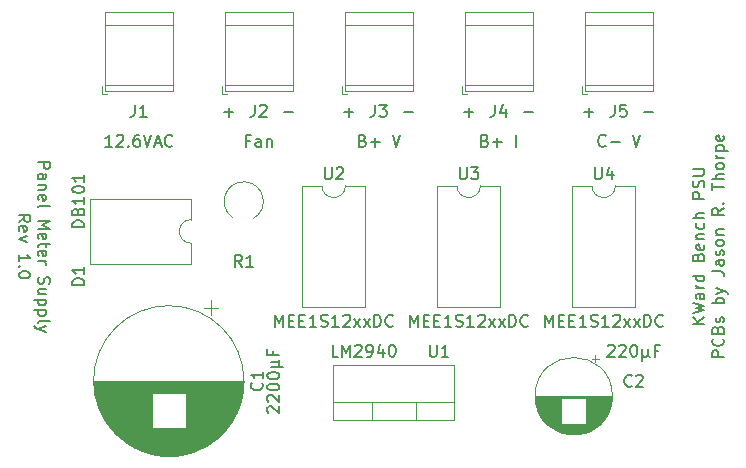
<source format=gbr>
%TF.GenerationSoftware,KiCad,Pcbnew,(5.1.12-1-10_14)*%
%TF.CreationDate,2022-01-02T10:33:00-08:00*%
%TF.ProjectId,panel-supply,70616e65-6c2d-4737-9570-706c792e6b69,1.0*%
%TF.SameCoordinates,Original*%
%TF.FileFunction,Legend,Top*%
%TF.FilePolarity,Positive*%
%FSLAX46Y46*%
G04 Gerber Fmt 4.6, Leading zero omitted, Abs format (unit mm)*
G04 Created by KiCad (PCBNEW (5.1.12-1-10_14)) date 2022-01-02 10:33:00*
%MOMM*%
%LPD*%
G01*
G04 APERTURE LIST*
%ADD10C,0.150000*%
%ADD11C,0.120000*%
G04 APERTURE END LIST*
D10*
X131182619Y-98290952D02*
X132182619Y-98290952D01*
X132182619Y-98671904D01*
X132135000Y-98767142D01*
X132087380Y-98814761D01*
X131992142Y-98862380D01*
X131849285Y-98862380D01*
X131754047Y-98814761D01*
X131706428Y-98767142D01*
X131658809Y-98671904D01*
X131658809Y-98290952D01*
X131182619Y-99719523D02*
X131706428Y-99719523D01*
X131801666Y-99671904D01*
X131849285Y-99576666D01*
X131849285Y-99386190D01*
X131801666Y-99290952D01*
X131230238Y-99719523D02*
X131182619Y-99624285D01*
X131182619Y-99386190D01*
X131230238Y-99290952D01*
X131325476Y-99243333D01*
X131420714Y-99243333D01*
X131515952Y-99290952D01*
X131563571Y-99386190D01*
X131563571Y-99624285D01*
X131611190Y-99719523D01*
X131849285Y-100195714D02*
X131182619Y-100195714D01*
X131754047Y-100195714D02*
X131801666Y-100243333D01*
X131849285Y-100338571D01*
X131849285Y-100481428D01*
X131801666Y-100576666D01*
X131706428Y-100624285D01*
X131182619Y-100624285D01*
X131230238Y-101481428D02*
X131182619Y-101386190D01*
X131182619Y-101195714D01*
X131230238Y-101100476D01*
X131325476Y-101052857D01*
X131706428Y-101052857D01*
X131801666Y-101100476D01*
X131849285Y-101195714D01*
X131849285Y-101386190D01*
X131801666Y-101481428D01*
X131706428Y-101529047D01*
X131611190Y-101529047D01*
X131515952Y-101052857D01*
X131182619Y-102100476D02*
X131230238Y-102005238D01*
X131325476Y-101957619D01*
X132182619Y-101957619D01*
X131182619Y-103243333D02*
X132182619Y-103243333D01*
X131468333Y-103576666D01*
X132182619Y-103910000D01*
X131182619Y-103910000D01*
X131230238Y-104767142D02*
X131182619Y-104671904D01*
X131182619Y-104481428D01*
X131230238Y-104386190D01*
X131325476Y-104338571D01*
X131706428Y-104338571D01*
X131801666Y-104386190D01*
X131849285Y-104481428D01*
X131849285Y-104671904D01*
X131801666Y-104767142D01*
X131706428Y-104814761D01*
X131611190Y-104814761D01*
X131515952Y-104338571D01*
X131849285Y-105100476D02*
X131849285Y-105481428D01*
X132182619Y-105243333D02*
X131325476Y-105243333D01*
X131230238Y-105290952D01*
X131182619Y-105386190D01*
X131182619Y-105481428D01*
X131230238Y-106195714D02*
X131182619Y-106100476D01*
X131182619Y-105910000D01*
X131230238Y-105814761D01*
X131325476Y-105767142D01*
X131706428Y-105767142D01*
X131801666Y-105814761D01*
X131849285Y-105910000D01*
X131849285Y-106100476D01*
X131801666Y-106195714D01*
X131706428Y-106243333D01*
X131611190Y-106243333D01*
X131515952Y-105767142D01*
X131182619Y-106671904D02*
X131849285Y-106671904D01*
X131658809Y-106671904D02*
X131754047Y-106719523D01*
X131801666Y-106767142D01*
X131849285Y-106862380D01*
X131849285Y-106957619D01*
X131230238Y-108005238D02*
X131182619Y-108148095D01*
X131182619Y-108386190D01*
X131230238Y-108481428D01*
X131277857Y-108529047D01*
X131373095Y-108576666D01*
X131468333Y-108576666D01*
X131563571Y-108529047D01*
X131611190Y-108481428D01*
X131658809Y-108386190D01*
X131706428Y-108195714D01*
X131754047Y-108100476D01*
X131801666Y-108052857D01*
X131896904Y-108005238D01*
X131992142Y-108005238D01*
X132087380Y-108052857D01*
X132135000Y-108100476D01*
X132182619Y-108195714D01*
X132182619Y-108433809D01*
X132135000Y-108576666D01*
X131849285Y-109433809D02*
X131182619Y-109433809D01*
X131849285Y-109005238D02*
X131325476Y-109005238D01*
X131230238Y-109052857D01*
X131182619Y-109148095D01*
X131182619Y-109290952D01*
X131230238Y-109386190D01*
X131277857Y-109433809D01*
X131849285Y-109910000D02*
X130849285Y-109910000D01*
X131801666Y-109910000D02*
X131849285Y-110005238D01*
X131849285Y-110195714D01*
X131801666Y-110290952D01*
X131754047Y-110338571D01*
X131658809Y-110386190D01*
X131373095Y-110386190D01*
X131277857Y-110338571D01*
X131230238Y-110290952D01*
X131182619Y-110195714D01*
X131182619Y-110005238D01*
X131230238Y-109910000D01*
X131849285Y-110814761D02*
X130849285Y-110814761D01*
X131801666Y-110814761D02*
X131849285Y-110910000D01*
X131849285Y-111100476D01*
X131801666Y-111195714D01*
X131754047Y-111243333D01*
X131658809Y-111290952D01*
X131373095Y-111290952D01*
X131277857Y-111243333D01*
X131230238Y-111195714D01*
X131182619Y-111100476D01*
X131182619Y-110910000D01*
X131230238Y-110814761D01*
X131182619Y-111862380D02*
X131230238Y-111767142D01*
X131325476Y-111719523D01*
X132182619Y-111719523D01*
X131849285Y-112148095D02*
X131182619Y-112386190D01*
X131849285Y-112624285D02*
X131182619Y-112386190D01*
X130944523Y-112290952D01*
X130896904Y-112243333D01*
X130849285Y-112148095D01*
X129532619Y-103338571D02*
X130008809Y-103005238D01*
X129532619Y-102767142D02*
X130532619Y-102767142D01*
X130532619Y-103148095D01*
X130485000Y-103243333D01*
X130437380Y-103290952D01*
X130342142Y-103338571D01*
X130199285Y-103338571D01*
X130104047Y-103290952D01*
X130056428Y-103243333D01*
X130008809Y-103148095D01*
X130008809Y-102767142D01*
X129580238Y-104148095D02*
X129532619Y-104052857D01*
X129532619Y-103862380D01*
X129580238Y-103767142D01*
X129675476Y-103719523D01*
X130056428Y-103719523D01*
X130151666Y-103767142D01*
X130199285Y-103862380D01*
X130199285Y-104052857D01*
X130151666Y-104148095D01*
X130056428Y-104195714D01*
X129961190Y-104195714D01*
X129865952Y-103719523D01*
X130199285Y-104529047D02*
X129532619Y-104767142D01*
X130199285Y-105005238D01*
X129532619Y-106671904D02*
X129532619Y-106100476D01*
X129532619Y-106386190D02*
X130532619Y-106386190D01*
X130389761Y-106290952D01*
X130294523Y-106195714D01*
X130246904Y-106100476D01*
X129627857Y-107100476D02*
X129580238Y-107148095D01*
X129532619Y-107100476D01*
X129580238Y-107052857D01*
X129627857Y-107100476D01*
X129532619Y-107100476D01*
X130532619Y-107767142D02*
X130532619Y-107862380D01*
X130485000Y-107957619D01*
X130437380Y-108005238D01*
X130342142Y-108052857D01*
X130151666Y-108100476D01*
X129913571Y-108100476D01*
X129723095Y-108052857D01*
X129627857Y-108005238D01*
X129580238Y-107957619D01*
X129532619Y-107862380D01*
X129532619Y-107767142D01*
X129580238Y-107671904D01*
X129627857Y-107624285D01*
X129723095Y-107576666D01*
X129913571Y-107529047D01*
X130151666Y-107529047D01*
X130342142Y-107576666D01*
X130437380Y-107624285D01*
X130485000Y-107671904D01*
X130532619Y-107767142D01*
X187587380Y-111981428D02*
X186587380Y-111981428D01*
X187587380Y-111410000D02*
X187015952Y-111838571D01*
X186587380Y-111410000D02*
X187158809Y-111981428D01*
X186587380Y-111076666D02*
X187587380Y-110838571D01*
X186873095Y-110648095D01*
X187587380Y-110457619D01*
X186587380Y-110219523D01*
X187587380Y-109410000D02*
X187063571Y-109410000D01*
X186968333Y-109457619D01*
X186920714Y-109552857D01*
X186920714Y-109743333D01*
X186968333Y-109838571D01*
X187539761Y-109410000D02*
X187587380Y-109505238D01*
X187587380Y-109743333D01*
X187539761Y-109838571D01*
X187444523Y-109886190D01*
X187349285Y-109886190D01*
X187254047Y-109838571D01*
X187206428Y-109743333D01*
X187206428Y-109505238D01*
X187158809Y-109410000D01*
X187587380Y-108933809D02*
X186920714Y-108933809D01*
X187111190Y-108933809D02*
X187015952Y-108886190D01*
X186968333Y-108838571D01*
X186920714Y-108743333D01*
X186920714Y-108648095D01*
X187587380Y-107886190D02*
X186587380Y-107886190D01*
X187539761Y-107886190D02*
X187587380Y-107981428D01*
X187587380Y-108171904D01*
X187539761Y-108267142D01*
X187492142Y-108314761D01*
X187396904Y-108362380D01*
X187111190Y-108362380D01*
X187015952Y-108314761D01*
X186968333Y-108267142D01*
X186920714Y-108171904D01*
X186920714Y-107981428D01*
X186968333Y-107886190D01*
X187063571Y-106314761D02*
X187111190Y-106171904D01*
X187158809Y-106124285D01*
X187254047Y-106076666D01*
X187396904Y-106076666D01*
X187492142Y-106124285D01*
X187539761Y-106171904D01*
X187587380Y-106267142D01*
X187587380Y-106648095D01*
X186587380Y-106648095D01*
X186587380Y-106314761D01*
X186635000Y-106219523D01*
X186682619Y-106171904D01*
X186777857Y-106124285D01*
X186873095Y-106124285D01*
X186968333Y-106171904D01*
X187015952Y-106219523D01*
X187063571Y-106314761D01*
X187063571Y-106648095D01*
X187539761Y-105267142D02*
X187587380Y-105362380D01*
X187587380Y-105552857D01*
X187539761Y-105648095D01*
X187444523Y-105695714D01*
X187063571Y-105695714D01*
X186968333Y-105648095D01*
X186920714Y-105552857D01*
X186920714Y-105362380D01*
X186968333Y-105267142D01*
X187063571Y-105219523D01*
X187158809Y-105219523D01*
X187254047Y-105695714D01*
X186920714Y-104790952D02*
X187587380Y-104790952D01*
X187015952Y-104790952D02*
X186968333Y-104743333D01*
X186920714Y-104648095D01*
X186920714Y-104505238D01*
X186968333Y-104410000D01*
X187063571Y-104362380D01*
X187587380Y-104362380D01*
X187539761Y-103457619D02*
X187587380Y-103552857D01*
X187587380Y-103743333D01*
X187539761Y-103838571D01*
X187492142Y-103886190D01*
X187396904Y-103933809D01*
X187111190Y-103933809D01*
X187015952Y-103886190D01*
X186968333Y-103838571D01*
X186920714Y-103743333D01*
X186920714Y-103552857D01*
X186968333Y-103457619D01*
X187587380Y-103029047D02*
X186587380Y-103029047D01*
X187587380Y-102600476D02*
X187063571Y-102600476D01*
X186968333Y-102648095D01*
X186920714Y-102743333D01*
X186920714Y-102886190D01*
X186968333Y-102981428D01*
X187015952Y-103029047D01*
X187587380Y-101362380D02*
X186587380Y-101362380D01*
X186587380Y-100981428D01*
X186635000Y-100886190D01*
X186682619Y-100838571D01*
X186777857Y-100790952D01*
X186920714Y-100790952D01*
X187015952Y-100838571D01*
X187063571Y-100886190D01*
X187111190Y-100981428D01*
X187111190Y-101362380D01*
X187539761Y-100410000D02*
X187587380Y-100267142D01*
X187587380Y-100029047D01*
X187539761Y-99933809D01*
X187492142Y-99886190D01*
X187396904Y-99838571D01*
X187301666Y-99838571D01*
X187206428Y-99886190D01*
X187158809Y-99933809D01*
X187111190Y-100029047D01*
X187063571Y-100219523D01*
X187015952Y-100314761D01*
X186968333Y-100362380D01*
X186873095Y-100410000D01*
X186777857Y-100410000D01*
X186682619Y-100362380D01*
X186635000Y-100314761D01*
X186587380Y-100219523D01*
X186587380Y-99981428D01*
X186635000Y-99838571D01*
X186587380Y-99410000D02*
X187396904Y-99410000D01*
X187492142Y-99362380D01*
X187539761Y-99314761D01*
X187587380Y-99219523D01*
X187587380Y-99029047D01*
X187539761Y-98933809D01*
X187492142Y-98886190D01*
X187396904Y-98838571D01*
X186587380Y-98838571D01*
X189237380Y-114790952D02*
X188237380Y-114790952D01*
X188237380Y-114410000D01*
X188285000Y-114314761D01*
X188332619Y-114267142D01*
X188427857Y-114219523D01*
X188570714Y-114219523D01*
X188665952Y-114267142D01*
X188713571Y-114314761D01*
X188761190Y-114410000D01*
X188761190Y-114790952D01*
X189142142Y-113219523D02*
X189189761Y-113267142D01*
X189237380Y-113410000D01*
X189237380Y-113505238D01*
X189189761Y-113648095D01*
X189094523Y-113743333D01*
X188999285Y-113790952D01*
X188808809Y-113838571D01*
X188665952Y-113838571D01*
X188475476Y-113790952D01*
X188380238Y-113743333D01*
X188285000Y-113648095D01*
X188237380Y-113505238D01*
X188237380Y-113410000D01*
X188285000Y-113267142D01*
X188332619Y-113219523D01*
X188713571Y-112457619D02*
X188761190Y-112314761D01*
X188808809Y-112267142D01*
X188904047Y-112219523D01*
X189046904Y-112219523D01*
X189142142Y-112267142D01*
X189189761Y-112314761D01*
X189237380Y-112410000D01*
X189237380Y-112790952D01*
X188237380Y-112790952D01*
X188237380Y-112457619D01*
X188285000Y-112362380D01*
X188332619Y-112314761D01*
X188427857Y-112267142D01*
X188523095Y-112267142D01*
X188618333Y-112314761D01*
X188665952Y-112362380D01*
X188713571Y-112457619D01*
X188713571Y-112790952D01*
X189189761Y-111838571D02*
X189237380Y-111743333D01*
X189237380Y-111552857D01*
X189189761Y-111457619D01*
X189094523Y-111410000D01*
X189046904Y-111410000D01*
X188951666Y-111457619D01*
X188904047Y-111552857D01*
X188904047Y-111695714D01*
X188856428Y-111790952D01*
X188761190Y-111838571D01*
X188713571Y-111838571D01*
X188618333Y-111790952D01*
X188570714Y-111695714D01*
X188570714Y-111552857D01*
X188618333Y-111457619D01*
X189237380Y-110219523D02*
X188237380Y-110219523D01*
X188618333Y-110219523D02*
X188570714Y-110124285D01*
X188570714Y-109933809D01*
X188618333Y-109838571D01*
X188665952Y-109790952D01*
X188761190Y-109743333D01*
X189046904Y-109743333D01*
X189142142Y-109790952D01*
X189189761Y-109838571D01*
X189237380Y-109933809D01*
X189237380Y-110124285D01*
X189189761Y-110219523D01*
X188570714Y-109410000D02*
X189237380Y-109171904D01*
X188570714Y-108933809D02*
X189237380Y-109171904D01*
X189475476Y-109267142D01*
X189523095Y-109314761D01*
X189570714Y-109410000D01*
X188237380Y-107505238D02*
X188951666Y-107505238D01*
X189094523Y-107552857D01*
X189189761Y-107648095D01*
X189237380Y-107790952D01*
X189237380Y-107886190D01*
X189237380Y-106600476D02*
X188713571Y-106600476D01*
X188618333Y-106648095D01*
X188570714Y-106743333D01*
X188570714Y-106933809D01*
X188618333Y-107029047D01*
X189189761Y-106600476D02*
X189237380Y-106695714D01*
X189237380Y-106933809D01*
X189189761Y-107029047D01*
X189094523Y-107076666D01*
X188999285Y-107076666D01*
X188904047Y-107029047D01*
X188856428Y-106933809D01*
X188856428Y-106695714D01*
X188808809Y-106600476D01*
X189189761Y-106171904D02*
X189237380Y-106076666D01*
X189237380Y-105886190D01*
X189189761Y-105790952D01*
X189094523Y-105743333D01*
X189046904Y-105743333D01*
X188951666Y-105790952D01*
X188904047Y-105886190D01*
X188904047Y-106029047D01*
X188856428Y-106124285D01*
X188761190Y-106171904D01*
X188713571Y-106171904D01*
X188618333Y-106124285D01*
X188570714Y-106029047D01*
X188570714Y-105886190D01*
X188618333Y-105790952D01*
X189237380Y-105171904D02*
X189189761Y-105267142D01*
X189142142Y-105314761D01*
X189046904Y-105362380D01*
X188761190Y-105362380D01*
X188665952Y-105314761D01*
X188618333Y-105267142D01*
X188570714Y-105171904D01*
X188570714Y-105029047D01*
X188618333Y-104933809D01*
X188665952Y-104886190D01*
X188761190Y-104838571D01*
X189046904Y-104838571D01*
X189142142Y-104886190D01*
X189189761Y-104933809D01*
X189237380Y-105029047D01*
X189237380Y-105171904D01*
X188570714Y-104410000D02*
X189237380Y-104410000D01*
X188665952Y-104410000D02*
X188618333Y-104362380D01*
X188570714Y-104267142D01*
X188570714Y-104124285D01*
X188618333Y-104029047D01*
X188713571Y-103981428D01*
X189237380Y-103981428D01*
X189237380Y-102171904D02*
X188761190Y-102505238D01*
X189237380Y-102743333D02*
X188237380Y-102743333D01*
X188237380Y-102362380D01*
X188285000Y-102267142D01*
X188332619Y-102219523D01*
X188427857Y-102171904D01*
X188570714Y-102171904D01*
X188665952Y-102219523D01*
X188713571Y-102267142D01*
X188761190Y-102362380D01*
X188761190Y-102743333D01*
X189142142Y-101743333D02*
X189189761Y-101695714D01*
X189237380Y-101743333D01*
X189189761Y-101790952D01*
X189142142Y-101743333D01*
X189237380Y-101743333D01*
X188237380Y-100648095D02*
X188237380Y-100076666D01*
X189237380Y-100362380D02*
X188237380Y-100362380D01*
X189237380Y-99743333D02*
X188237380Y-99743333D01*
X189237380Y-99314761D02*
X188713571Y-99314761D01*
X188618333Y-99362380D01*
X188570714Y-99457619D01*
X188570714Y-99600476D01*
X188618333Y-99695714D01*
X188665952Y-99743333D01*
X189237380Y-98695714D02*
X189189761Y-98790952D01*
X189142142Y-98838571D01*
X189046904Y-98886190D01*
X188761190Y-98886190D01*
X188665952Y-98838571D01*
X188618333Y-98790952D01*
X188570714Y-98695714D01*
X188570714Y-98552857D01*
X188618333Y-98457619D01*
X188665952Y-98410000D01*
X188761190Y-98362380D01*
X189046904Y-98362380D01*
X189142142Y-98410000D01*
X189189761Y-98457619D01*
X189237380Y-98552857D01*
X189237380Y-98695714D01*
X189237380Y-97933809D02*
X188570714Y-97933809D01*
X188761190Y-97933809D02*
X188665952Y-97886190D01*
X188618333Y-97838571D01*
X188570714Y-97743333D01*
X188570714Y-97648095D01*
X188570714Y-97314761D02*
X189570714Y-97314761D01*
X188618333Y-97314761D02*
X188570714Y-97219523D01*
X188570714Y-97029047D01*
X188618333Y-96933809D01*
X188665952Y-96886190D01*
X188761190Y-96838571D01*
X189046904Y-96838571D01*
X189142142Y-96886190D01*
X189189761Y-96933809D01*
X189237380Y-97029047D01*
X189237380Y-97219523D01*
X189189761Y-97314761D01*
X189189761Y-96029047D02*
X189237380Y-96124285D01*
X189237380Y-96314761D01*
X189189761Y-96410000D01*
X189094523Y-96457619D01*
X188713571Y-96457619D01*
X188618333Y-96410000D01*
X188570714Y-96314761D01*
X188570714Y-96124285D01*
X188618333Y-96029047D01*
X188713571Y-95981428D01*
X188808809Y-95981428D01*
X188904047Y-96457619D01*
X135072380Y-103790476D02*
X134072380Y-103790476D01*
X134072380Y-103552380D01*
X134120000Y-103409523D01*
X134215238Y-103314285D01*
X134310476Y-103266666D01*
X134500952Y-103219047D01*
X134643809Y-103219047D01*
X134834285Y-103266666D01*
X134929523Y-103314285D01*
X135024761Y-103409523D01*
X135072380Y-103552380D01*
X135072380Y-103790476D01*
X134548571Y-102457142D02*
X134596190Y-102314285D01*
X134643809Y-102266666D01*
X134739047Y-102219047D01*
X134881904Y-102219047D01*
X134977142Y-102266666D01*
X135024761Y-102314285D01*
X135072380Y-102409523D01*
X135072380Y-102790476D01*
X134072380Y-102790476D01*
X134072380Y-102457142D01*
X134120000Y-102361904D01*
X134167619Y-102314285D01*
X134262857Y-102266666D01*
X134358095Y-102266666D01*
X134453333Y-102314285D01*
X134500952Y-102361904D01*
X134548571Y-102457142D01*
X134548571Y-102790476D01*
X135072380Y-101266666D02*
X135072380Y-101838095D01*
X135072380Y-101552380D02*
X134072380Y-101552380D01*
X134215238Y-101647619D01*
X134310476Y-101742857D01*
X134358095Y-101838095D01*
X134072380Y-100647619D02*
X134072380Y-100552380D01*
X134120000Y-100457142D01*
X134167619Y-100409523D01*
X134262857Y-100361904D01*
X134453333Y-100314285D01*
X134691428Y-100314285D01*
X134881904Y-100361904D01*
X134977142Y-100409523D01*
X135024761Y-100457142D01*
X135072380Y-100552380D01*
X135072380Y-100647619D01*
X135024761Y-100742857D01*
X134977142Y-100790476D01*
X134881904Y-100838095D01*
X134691428Y-100885714D01*
X134453333Y-100885714D01*
X134262857Y-100838095D01*
X134167619Y-100790476D01*
X134120000Y-100742857D01*
X134072380Y-100647619D01*
X135072380Y-99361904D02*
X135072380Y-99933333D01*
X135072380Y-99647619D02*
X134072380Y-99647619D01*
X134215238Y-99742857D01*
X134310476Y-99838095D01*
X134358095Y-99933333D01*
X182499047Y-94051428D02*
X183260952Y-94051428D01*
X172339047Y-94051428D02*
X173100952Y-94051428D01*
X162179047Y-94051428D02*
X162940952Y-94051428D01*
X152019047Y-94051428D02*
X152780952Y-94051428D01*
X177419047Y-94051428D02*
X178180952Y-94051428D01*
X177800000Y-94432380D02*
X177800000Y-93670476D01*
X167259047Y-94051428D02*
X168020952Y-94051428D01*
X167640000Y-94432380D02*
X167640000Y-93670476D01*
X157099047Y-94051428D02*
X157860952Y-94051428D01*
X157480000Y-94432380D02*
X157480000Y-93670476D01*
X146939047Y-94051428D02*
X147700952Y-94051428D01*
X147320000Y-94432380D02*
X147320000Y-93670476D01*
X156583333Y-114752380D02*
X156107142Y-114752380D01*
X156107142Y-113752380D01*
X156916666Y-114752380D02*
X156916666Y-113752380D01*
X157250000Y-114466666D01*
X157583333Y-113752380D01*
X157583333Y-114752380D01*
X158011904Y-113847619D02*
X158059523Y-113800000D01*
X158154761Y-113752380D01*
X158392857Y-113752380D01*
X158488095Y-113800000D01*
X158535714Y-113847619D01*
X158583333Y-113942857D01*
X158583333Y-114038095D01*
X158535714Y-114180952D01*
X157964285Y-114752380D01*
X158583333Y-114752380D01*
X159059523Y-114752380D02*
X159250000Y-114752380D01*
X159345238Y-114704761D01*
X159392857Y-114657142D01*
X159488095Y-114514285D01*
X159535714Y-114323809D01*
X159535714Y-113942857D01*
X159488095Y-113847619D01*
X159440476Y-113800000D01*
X159345238Y-113752380D01*
X159154761Y-113752380D01*
X159059523Y-113800000D01*
X159011904Y-113847619D01*
X158964285Y-113942857D01*
X158964285Y-114180952D01*
X159011904Y-114276190D01*
X159059523Y-114323809D01*
X159154761Y-114371428D01*
X159345238Y-114371428D01*
X159440476Y-114323809D01*
X159488095Y-114276190D01*
X159535714Y-114180952D01*
X160392857Y-114085714D02*
X160392857Y-114752380D01*
X160154761Y-113704761D02*
X159916666Y-114419047D01*
X160535714Y-114419047D01*
X161107142Y-113752380D02*
X161202380Y-113752380D01*
X161297619Y-113800000D01*
X161345238Y-113847619D01*
X161392857Y-113942857D01*
X161440476Y-114133333D01*
X161440476Y-114371428D01*
X161392857Y-114561904D01*
X161345238Y-114657142D01*
X161297619Y-114704761D01*
X161202380Y-114752380D01*
X161107142Y-114752380D01*
X161011904Y-114704761D01*
X160964285Y-114657142D01*
X160916666Y-114561904D01*
X160869047Y-114371428D01*
X160869047Y-114133333D01*
X160916666Y-113942857D01*
X160964285Y-113847619D01*
X161011904Y-113800000D01*
X161107142Y-113752380D01*
X174117619Y-112212380D02*
X174117619Y-111212380D01*
X174450952Y-111926666D01*
X174784285Y-111212380D01*
X174784285Y-112212380D01*
X175260476Y-111688571D02*
X175593809Y-111688571D01*
X175736666Y-112212380D02*
X175260476Y-112212380D01*
X175260476Y-111212380D01*
X175736666Y-111212380D01*
X176165238Y-111688571D02*
X176498571Y-111688571D01*
X176641428Y-112212380D02*
X176165238Y-112212380D01*
X176165238Y-111212380D01*
X176641428Y-111212380D01*
X177593809Y-112212380D02*
X177022380Y-112212380D01*
X177308095Y-112212380D02*
X177308095Y-111212380D01*
X177212857Y-111355238D01*
X177117619Y-111450476D01*
X177022380Y-111498095D01*
X177974761Y-112164761D02*
X178117619Y-112212380D01*
X178355714Y-112212380D01*
X178450952Y-112164761D01*
X178498571Y-112117142D01*
X178546190Y-112021904D01*
X178546190Y-111926666D01*
X178498571Y-111831428D01*
X178450952Y-111783809D01*
X178355714Y-111736190D01*
X178165238Y-111688571D01*
X178070000Y-111640952D01*
X178022380Y-111593333D01*
X177974761Y-111498095D01*
X177974761Y-111402857D01*
X178022380Y-111307619D01*
X178070000Y-111260000D01*
X178165238Y-111212380D01*
X178403333Y-111212380D01*
X178546190Y-111260000D01*
X179498571Y-112212380D02*
X178927142Y-112212380D01*
X179212857Y-112212380D02*
X179212857Y-111212380D01*
X179117619Y-111355238D01*
X179022380Y-111450476D01*
X178927142Y-111498095D01*
X179879523Y-111307619D02*
X179927142Y-111260000D01*
X180022380Y-111212380D01*
X180260476Y-111212380D01*
X180355714Y-111260000D01*
X180403333Y-111307619D01*
X180450952Y-111402857D01*
X180450952Y-111498095D01*
X180403333Y-111640952D01*
X179831904Y-112212380D01*
X180450952Y-112212380D01*
X180784285Y-112212380D02*
X181308095Y-111545714D01*
X180784285Y-111545714D02*
X181308095Y-112212380D01*
X181593809Y-112212380D02*
X182117619Y-111545714D01*
X181593809Y-111545714D02*
X182117619Y-112212380D01*
X182498571Y-112212380D02*
X182498571Y-111212380D01*
X182736666Y-111212380D01*
X182879523Y-111260000D01*
X182974761Y-111355238D01*
X183022380Y-111450476D01*
X183070000Y-111640952D01*
X183070000Y-111783809D01*
X183022380Y-111974285D01*
X182974761Y-112069523D01*
X182879523Y-112164761D01*
X182736666Y-112212380D01*
X182498571Y-112212380D01*
X184070000Y-112117142D02*
X184022380Y-112164761D01*
X183879523Y-112212380D01*
X183784285Y-112212380D01*
X183641428Y-112164761D01*
X183546190Y-112069523D01*
X183498571Y-111974285D01*
X183450952Y-111783809D01*
X183450952Y-111640952D01*
X183498571Y-111450476D01*
X183546190Y-111355238D01*
X183641428Y-111260000D01*
X183784285Y-111212380D01*
X183879523Y-111212380D01*
X184022380Y-111260000D01*
X184070000Y-111307619D01*
X162687619Y-112212380D02*
X162687619Y-111212380D01*
X163020952Y-111926666D01*
X163354285Y-111212380D01*
X163354285Y-112212380D01*
X163830476Y-111688571D02*
X164163809Y-111688571D01*
X164306666Y-112212380D02*
X163830476Y-112212380D01*
X163830476Y-111212380D01*
X164306666Y-111212380D01*
X164735238Y-111688571D02*
X165068571Y-111688571D01*
X165211428Y-112212380D02*
X164735238Y-112212380D01*
X164735238Y-111212380D01*
X165211428Y-111212380D01*
X166163809Y-112212380D02*
X165592380Y-112212380D01*
X165878095Y-112212380D02*
X165878095Y-111212380D01*
X165782857Y-111355238D01*
X165687619Y-111450476D01*
X165592380Y-111498095D01*
X166544761Y-112164761D02*
X166687619Y-112212380D01*
X166925714Y-112212380D01*
X167020952Y-112164761D01*
X167068571Y-112117142D01*
X167116190Y-112021904D01*
X167116190Y-111926666D01*
X167068571Y-111831428D01*
X167020952Y-111783809D01*
X166925714Y-111736190D01*
X166735238Y-111688571D01*
X166640000Y-111640952D01*
X166592380Y-111593333D01*
X166544761Y-111498095D01*
X166544761Y-111402857D01*
X166592380Y-111307619D01*
X166640000Y-111260000D01*
X166735238Y-111212380D01*
X166973333Y-111212380D01*
X167116190Y-111260000D01*
X168068571Y-112212380D02*
X167497142Y-112212380D01*
X167782857Y-112212380D02*
X167782857Y-111212380D01*
X167687619Y-111355238D01*
X167592380Y-111450476D01*
X167497142Y-111498095D01*
X168449523Y-111307619D02*
X168497142Y-111260000D01*
X168592380Y-111212380D01*
X168830476Y-111212380D01*
X168925714Y-111260000D01*
X168973333Y-111307619D01*
X169020952Y-111402857D01*
X169020952Y-111498095D01*
X168973333Y-111640952D01*
X168401904Y-112212380D01*
X169020952Y-112212380D01*
X169354285Y-112212380D02*
X169878095Y-111545714D01*
X169354285Y-111545714D02*
X169878095Y-112212380D01*
X170163809Y-112212380D02*
X170687619Y-111545714D01*
X170163809Y-111545714D02*
X170687619Y-112212380D01*
X171068571Y-112212380D02*
X171068571Y-111212380D01*
X171306666Y-111212380D01*
X171449523Y-111260000D01*
X171544761Y-111355238D01*
X171592380Y-111450476D01*
X171640000Y-111640952D01*
X171640000Y-111783809D01*
X171592380Y-111974285D01*
X171544761Y-112069523D01*
X171449523Y-112164761D01*
X171306666Y-112212380D01*
X171068571Y-112212380D01*
X172640000Y-112117142D02*
X172592380Y-112164761D01*
X172449523Y-112212380D01*
X172354285Y-112212380D01*
X172211428Y-112164761D01*
X172116190Y-112069523D01*
X172068571Y-111974285D01*
X172020952Y-111783809D01*
X172020952Y-111640952D01*
X172068571Y-111450476D01*
X172116190Y-111355238D01*
X172211428Y-111260000D01*
X172354285Y-111212380D01*
X172449523Y-111212380D01*
X172592380Y-111260000D01*
X172640000Y-111307619D01*
X151257619Y-112212380D02*
X151257619Y-111212380D01*
X151590952Y-111926666D01*
X151924285Y-111212380D01*
X151924285Y-112212380D01*
X152400476Y-111688571D02*
X152733809Y-111688571D01*
X152876666Y-112212380D02*
X152400476Y-112212380D01*
X152400476Y-111212380D01*
X152876666Y-111212380D01*
X153305238Y-111688571D02*
X153638571Y-111688571D01*
X153781428Y-112212380D02*
X153305238Y-112212380D01*
X153305238Y-111212380D01*
X153781428Y-111212380D01*
X154733809Y-112212380D02*
X154162380Y-112212380D01*
X154448095Y-112212380D02*
X154448095Y-111212380D01*
X154352857Y-111355238D01*
X154257619Y-111450476D01*
X154162380Y-111498095D01*
X155114761Y-112164761D02*
X155257619Y-112212380D01*
X155495714Y-112212380D01*
X155590952Y-112164761D01*
X155638571Y-112117142D01*
X155686190Y-112021904D01*
X155686190Y-111926666D01*
X155638571Y-111831428D01*
X155590952Y-111783809D01*
X155495714Y-111736190D01*
X155305238Y-111688571D01*
X155210000Y-111640952D01*
X155162380Y-111593333D01*
X155114761Y-111498095D01*
X155114761Y-111402857D01*
X155162380Y-111307619D01*
X155210000Y-111260000D01*
X155305238Y-111212380D01*
X155543333Y-111212380D01*
X155686190Y-111260000D01*
X156638571Y-112212380D02*
X156067142Y-112212380D01*
X156352857Y-112212380D02*
X156352857Y-111212380D01*
X156257619Y-111355238D01*
X156162380Y-111450476D01*
X156067142Y-111498095D01*
X157019523Y-111307619D02*
X157067142Y-111260000D01*
X157162380Y-111212380D01*
X157400476Y-111212380D01*
X157495714Y-111260000D01*
X157543333Y-111307619D01*
X157590952Y-111402857D01*
X157590952Y-111498095D01*
X157543333Y-111640952D01*
X156971904Y-112212380D01*
X157590952Y-112212380D01*
X157924285Y-112212380D02*
X158448095Y-111545714D01*
X157924285Y-111545714D02*
X158448095Y-112212380D01*
X158733809Y-112212380D02*
X159257619Y-111545714D01*
X158733809Y-111545714D02*
X159257619Y-112212380D01*
X159638571Y-112212380D02*
X159638571Y-111212380D01*
X159876666Y-111212380D01*
X160019523Y-111260000D01*
X160114761Y-111355238D01*
X160162380Y-111450476D01*
X160210000Y-111640952D01*
X160210000Y-111783809D01*
X160162380Y-111974285D01*
X160114761Y-112069523D01*
X160019523Y-112164761D01*
X159876666Y-112212380D01*
X159638571Y-112212380D01*
X161210000Y-112117142D02*
X161162380Y-112164761D01*
X161019523Y-112212380D01*
X160924285Y-112212380D01*
X160781428Y-112164761D01*
X160686190Y-112069523D01*
X160638571Y-111974285D01*
X160590952Y-111783809D01*
X160590952Y-111640952D01*
X160638571Y-111450476D01*
X160686190Y-111355238D01*
X160781428Y-111260000D01*
X160924285Y-111212380D01*
X161019523Y-111212380D01*
X161162380Y-111260000D01*
X161210000Y-111307619D01*
X150677619Y-119506666D02*
X150630000Y-119459047D01*
X150582380Y-119363809D01*
X150582380Y-119125714D01*
X150630000Y-119030476D01*
X150677619Y-118982857D01*
X150772857Y-118935238D01*
X150868095Y-118935238D01*
X151010952Y-118982857D01*
X151582380Y-119554285D01*
X151582380Y-118935238D01*
X150677619Y-118554285D02*
X150630000Y-118506666D01*
X150582380Y-118411428D01*
X150582380Y-118173333D01*
X150630000Y-118078095D01*
X150677619Y-118030476D01*
X150772857Y-117982857D01*
X150868095Y-117982857D01*
X151010952Y-118030476D01*
X151582380Y-118601904D01*
X151582380Y-117982857D01*
X150582380Y-117363809D02*
X150582380Y-117268571D01*
X150630000Y-117173333D01*
X150677619Y-117125714D01*
X150772857Y-117078095D01*
X150963333Y-117030476D01*
X151201428Y-117030476D01*
X151391904Y-117078095D01*
X151487142Y-117125714D01*
X151534761Y-117173333D01*
X151582380Y-117268571D01*
X151582380Y-117363809D01*
X151534761Y-117459047D01*
X151487142Y-117506666D01*
X151391904Y-117554285D01*
X151201428Y-117601904D01*
X150963333Y-117601904D01*
X150772857Y-117554285D01*
X150677619Y-117506666D01*
X150630000Y-117459047D01*
X150582380Y-117363809D01*
X150582380Y-116411428D02*
X150582380Y-116316190D01*
X150630000Y-116220952D01*
X150677619Y-116173333D01*
X150772857Y-116125714D01*
X150963333Y-116078095D01*
X151201428Y-116078095D01*
X151391904Y-116125714D01*
X151487142Y-116173333D01*
X151534761Y-116220952D01*
X151582380Y-116316190D01*
X151582380Y-116411428D01*
X151534761Y-116506666D01*
X151487142Y-116554285D01*
X151391904Y-116601904D01*
X151201428Y-116649523D01*
X150963333Y-116649523D01*
X150772857Y-116601904D01*
X150677619Y-116554285D01*
X150630000Y-116506666D01*
X150582380Y-116411428D01*
X150915714Y-115649523D02*
X151915714Y-115649523D01*
X151439523Y-115173333D02*
X151534761Y-115125714D01*
X151582380Y-115030476D01*
X151439523Y-115649523D02*
X151534761Y-115601904D01*
X151582380Y-115506666D01*
X151582380Y-115316190D01*
X151534761Y-115220952D01*
X151439523Y-115173333D01*
X150915714Y-115173333D01*
X151058571Y-114268571D02*
X151058571Y-114601904D01*
X151582380Y-114601904D02*
X150582380Y-114601904D01*
X150582380Y-114125714D01*
X179419523Y-113847619D02*
X179467142Y-113800000D01*
X179562380Y-113752380D01*
X179800476Y-113752380D01*
X179895714Y-113800000D01*
X179943333Y-113847619D01*
X179990952Y-113942857D01*
X179990952Y-114038095D01*
X179943333Y-114180952D01*
X179371904Y-114752380D01*
X179990952Y-114752380D01*
X180371904Y-113847619D02*
X180419523Y-113800000D01*
X180514761Y-113752380D01*
X180752857Y-113752380D01*
X180848095Y-113800000D01*
X180895714Y-113847619D01*
X180943333Y-113942857D01*
X180943333Y-114038095D01*
X180895714Y-114180952D01*
X180324285Y-114752380D01*
X180943333Y-114752380D01*
X181562380Y-113752380D02*
X181657619Y-113752380D01*
X181752857Y-113800000D01*
X181800476Y-113847619D01*
X181848095Y-113942857D01*
X181895714Y-114133333D01*
X181895714Y-114371428D01*
X181848095Y-114561904D01*
X181800476Y-114657142D01*
X181752857Y-114704761D01*
X181657619Y-114752380D01*
X181562380Y-114752380D01*
X181467142Y-114704761D01*
X181419523Y-114657142D01*
X181371904Y-114561904D01*
X181324285Y-114371428D01*
X181324285Y-114133333D01*
X181371904Y-113942857D01*
X181419523Y-113847619D01*
X181467142Y-113800000D01*
X181562380Y-113752380D01*
X182324285Y-114085714D02*
X182324285Y-115085714D01*
X182800476Y-114609523D02*
X182848095Y-114704761D01*
X182943333Y-114752380D01*
X182324285Y-114609523D02*
X182371904Y-114704761D01*
X182467142Y-114752380D01*
X182657619Y-114752380D01*
X182752857Y-114704761D01*
X182800476Y-114609523D01*
X182800476Y-114085714D01*
X183705238Y-114228571D02*
X183371904Y-114228571D01*
X183371904Y-114752380D02*
X183371904Y-113752380D01*
X183848095Y-113752380D01*
X179220952Y-96877142D02*
X179173333Y-96924761D01*
X179030476Y-96972380D01*
X178935238Y-96972380D01*
X178792380Y-96924761D01*
X178697142Y-96829523D01*
X178649523Y-96734285D01*
X178601904Y-96543809D01*
X178601904Y-96400952D01*
X178649523Y-96210476D01*
X178697142Y-96115238D01*
X178792380Y-96020000D01*
X178935238Y-95972380D01*
X179030476Y-95972380D01*
X179173333Y-96020000D01*
X179220952Y-96067619D01*
X179649523Y-96591428D02*
X180411428Y-96591428D01*
X181506666Y-95972380D02*
X181840000Y-96972380D01*
X182173333Y-95972380D01*
X169013333Y-96448571D02*
X169156190Y-96496190D01*
X169203809Y-96543809D01*
X169251428Y-96639047D01*
X169251428Y-96781904D01*
X169203809Y-96877142D01*
X169156190Y-96924761D01*
X169060952Y-96972380D01*
X168680000Y-96972380D01*
X168680000Y-95972380D01*
X169013333Y-95972380D01*
X169108571Y-96020000D01*
X169156190Y-96067619D01*
X169203809Y-96162857D01*
X169203809Y-96258095D01*
X169156190Y-96353333D01*
X169108571Y-96400952D01*
X169013333Y-96448571D01*
X168680000Y-96448571D01*
X169680000Y-96591428D02*
X170441904Y-96591428D01*
X170060952Y-96972380D02*
X170060952Y-96210476D01*
X171680000Y-96972380D02*
X171680000Y-95972380D01*
X158662857Y-96448571D02*
X158805714Y-96496190D01*
X158853333Y-96543809D01*
X158900952Y-96639047D01*
X158900952Y-96781904D01*
X158853333Y-96877142D01*
X158805714Y-96924761D01*
X158710476Y-96972380D01*
X158329523Y-96972380D01*
X158329523Y-95972380D01*
X158662857Y-95972380D01*
X158758095Y-96020000D01*
X158805714Y-96067619D01*
X158853333Y-96162857D01*
X158853333Y-96258095D01*
X158805714Y-96353333D01*
X158758095Y-96400952D01*
X158662857Y-96448571D01*
X158329523Y-96448571D01*
X159329523Y-96591428D02*
X160091428Y-96591428D01*
X159710476Y-96972380D02*
X159710476Y-96210476D01*
X161186666Y-95972380D02*
X161520000Y-96972380D01*
X161853333Y-95972380D01*
X149098095Y-96448571D02*
X148764761Y-96448571D01*
X148764761Y-96972380D02*
X148764761Y-95972380D01*
X149240952Y-95972380D01*
X150050476Y-96972380D02*
X150050476Y-96448571D01*
X150002857Y-96353333D01*
X149907619Y-96305714D01*
X149717142Y-96305714D01*
X149621904Y-96353333D01*
X150050476Y-96924761D02*
X149955238Y-96972380D01*
X149717142Y-96972380D01*
X149621904Y-96924761D01*
X149574285Y-96829523D01*
X149574285Y-96734285D01*
X149621904Y-96639047D01*
X149717142Y-96591428D01*
X149955238Y-96591428D01*
X150050476Y-96543809D01*
X150526666Y-96305714D02*
X150526666Y-96972380D01*
X150526666Y-96400952D02*
X150574285Y-96353333D01*
X150669523Y-96305714D01*
X150812380Y-96305714D01*
X150907619Y-96353333D01*
X150955238Y-96448571D01*
X150955238Y-96972380D01*
X137438095Y-96972380D02*
X136866666Y-96972380D01*
X137152380Y-96972380D02*
X137152380Y-95972380D01*
X137057142Y-96115238D01*
X136961904Y-96210476D01*
X136866666Y-96258095D01*
X137819047Y-96067619D02*
X137866666Y-96020000D01*
X137961904Y-95972380D01*
X138200000Y-95972380D01*
X138295238Y-96020000D01*
X138342857Y-96067619D01*
X138390476Y-96162857D01*
X138390476Y-96258095D01*
X138342857Y-96400952D01*
X137771428Y-96972380D01*
X138390476Y-96972380D01*
X138819047Y-96877142D02*
X138866666Y-96924761D01*
X138819047Y-96972380D01*
X138771428Y-96924761D01*
X138819047Y-96877142D01*
X138819047Y-96972380D01*
X139723809Y-95972380D02*
X139533333Y-95972380D01*
X139438095Y-96020000D01*
X139390476Y-96067619D01*
X139295238Y-96210476D01*
X139247619Y-96400952D01*
X139247619Y-96781904D01*
X139295238Y-96877142D01*
X139342857Y-96924761D01*
X139438095Y-96972380D01*
X139628571Y-96972380D01*
X139723809Y-96924761D01*
X139771428Y-96877142D01*
X139819047Y-96781904D01*
X139819047Y-96543809D01*
X139771428Y-96448571D01*
X139723809Y-96400952D01*
X139628571Y-96353333D01*
X139438095Y-96353333D01*
X139342857Y-96400952D01*
X139295238Y-96448571D01*
X139247619Y-96543809D01*
X140104761Y-95972380D02*
X140438095Y-96972380D01*
X140771428Y-95972380D01*
X141057142Y-96686666D02*
X141533333Y-96686666D01*
X140961904Y-96972380D02*
X141295238Y-95972380D01*
X141628571Y-96972380D01*
X142533333Y-96877142D02*
X142485714Y-96924761D01*
X142342857Y-96972380D01*
X142247619Y-96972380D01*
X142104761Y-96924761D01*
X142009523Y-96829523D01*
X141961904Y-96734285D01*
X141914285Y-96543809D01*
X141914285Y-96400952D01*
X141961904Y-96210476D01*
X142009523Y-96115238D01*
X142104761Y-96020000D01*
X142247619Y-95972380D01*
X142342857Y-95972380D01*
X142485714Y-96020000D01*
X142533333Y-96067619D01*
D11*
%TO.C,D1*%
X144140000Y-103140000D02*
X144140000Y-101370000D01*
X144140000Y-101370000D02*
X135540000Y-101370000D01*
X135540000Y-101370000D02*
X135540000Y-106910000D01*
X135540000Y-106910000D02*
X144140000Y-106910000D01*
X144140000Y-106910000D02*
X144140000Y-105140000D01*
X144140000Y-105140000D02*
G75*
G02*
X144140000Y-103140000I0J1000000D01*
G01*
%TO.C,C2*%
X179800000Y-118090000D02*
G75*
G03*
X179800000Y-118090000I-3270000J0D01*
G01*
X179760000Y-118090000D02*
X173300000Y-118090000D01*
X179760000Y-118130000D02*
X173300000Y-118130000D01*
X179760000Y-118170000D02*
X173300000Y-118170000D01*
X179758000Y-118210000D02*
X173302000Y-118210000D01*
X179757000Y-118250000D02*
X173303000Y-118250000D01*
X179754000Y-118290000D02*
X173306000Y-118290000D01*
X179752000Y-118330000D02*
X177570000Y-118330000D01*
X175490000Y-118330000D02*
X173308000Y-118330000D01*
X179748000Y-118370000D02*
X177570000Y-118370000D01*
X175490000Y-118370000D02*
X173312000Y-118370000D01*
X179745000Y-118410000D02*
X177570000Y-118410000D01*
X175490000Y-118410000D02*
X173315000Y-118410000D01*
X179741000Y-118450000D02*
X177570000Y-118450000D01*
X175490000Y-118450000D02*
X173319000Y-118450000D01*
X179736000Y-118490000D02*
X177570000Y-118490000D01*
X175490000Y-118490000D02*
X173324000Y-118490000D01*
X179731000Y-118530000D02*
X177570000Y-118530000D01*
X175490000Y-118530000D02*
X173329000Y-118530000D01*
X179725000Y-118570000D02*
X177570000Y-118570000D01*
X175490000Y-118570000D02*
X173335000Y-118570000D01*
X179719000Y-118610000D02*
X177570000Y-118610000D01*
X175490000Y-118610000D02*
X173341000Y-118610000D01*
X179712000Y-118650000D02*
X177570000Y-118650000D01*
X175490000Y-118650000D02*
X173348000Y-118650000D01*
X179705000Y-118690000D02*
X177570000Y-118690000D01*
X175490000Y-118690000D02*
X173355000Y-118690000D01*
X179697000Y-118730000D02*
X177570000Y-118730000D01*
X175490000Y-118730000D02*
X173363000Y-118730000D01*
X179689000Y-118770000D02*
X177570000Y-118770000D01*
X175490000Y-118770000D02*
X173371000Y-118770000D01*
X179680000Y-118811000D02*
X177570000Y-118811000D01*
X175490000Y-118811000D02*
X173380000Y-118811000D01*
X179671000Y-118851000D02*
X177570000Y-118851000D01*
X175490000Y-118851000D02*
X173389000Y-118851000D01*
X179661000Y-118891000D02*
X177570000Y-118891000D01*
X175490000Y-118891000D02*
X173399000Y-118891000D01*
X179651000Y-118931000D02*
X177570000Y-118931000D01*
X175490000Y-118931000D02*
X173409000Y-118931000D01*
X179640000Y-118971000D02*
X177570000Y-118971000D01*
X175490000Y-118971000D02*
X173420000Y-118971000D01*
X179628000Y-119011000D02*
X177570000Y-119011000D01*
X175490000Y-119011000D02*
X173432000Y-119011000D01*
X179616000Y-119051000D02*
X177570000Y-119051000D01*
X175490000Y-119051000D02*
X173444000Y-119051000D01*
X179604000Y-119091000D02*
X177570000Y-119091000D01*
X175490000Y-119091000D02*
X173456000Y-119091000D01*
X179591000Y-119131000D02*
X177570000Y-119131000D01*
X175490000Y-119131000D02*
X173469000Y-119131000D01*
X179577000Y-119171000D02*
X177570000Y-119171000D01*
X175490000Y-119171000D02*
X173483000Y-119171000D01*
X179563000Y-119211000D02*
X177570000Y-119211000D01*
X175490000Y-119211000D02*
X173497000Y-119211000D01*
X179548000Y-119251000D02*
X177570000Y-119251000D01*
X175490000Y-119251000D02*
X173512000Y-119251000D01*
X179532000Y-119291000D02*
X177570000Y-119291000D01*
X175490000Y-119291000D02*
X173528000Y-119291000D01*
X179516000Y-119331000D02*
X177570000Y-119331000D01*
X175490000Y-119331000D02*
X173544000Y-119331000D01*
X179500000Y-119371000D02*
X177570000Y-119371000D01*
X175490000Y-119371000D02*
X173560000Y-119371000D01*
X179482000Y-119411000D02*
X177570000Y-119411000D01*
X175490000Y-119411000D02*
X173578000Y-119411000D01*
X179464000Y-119451000D02*
X177570000Y-119451000D01*
X175490000Y-119451000D02*
X173596000Y-119451000D01*
X179446000Y-119491000D02*
X177570000Y-119491000D01*
X175490000Y-119491000D02*
X173614000Y-119491000D01*
X179426000Y-119531000D02*
X177570000Y-119531000D01*
X175490000Y-119531000D02*
X173634000Y-119531000D01*
X179406000Y-119571000D02*
X177570000Y-119571000D01*
X175490000Y-119571000D02*
X173654000Y-119571000D01*
X179386000Y-119611000D02*
X177570000Y-119611000D01*
X175490000Y-119611000D02*
X173674000Y-119611000D01*
X179364000Y-119651000D02*
X177570000Y-119651000D01*
X175490000Y-119651000D02*
X173696000Y-119651000D01*
X179342000Y-119691000D02*
X177570000Y-119691000D01*
X175490000Y-119691000D02*
X173718000Y-119691000D01*
X179320000Y-119731000D02*
X177570000Y-119731000D01*
X175490000Y-119731000D02*
X173740000Y-119731000D01*
X179296000Y-119771000D02*
X177570000Y-119771000D01*
X175490000Y-119771000D02*
X173764000Y-119771000D01*
X179272000Y-119811000D02*
X177570000Y-119811000D01*
X175490000Y-119811000D02*
X173788000Y-119811000D01*
X179246000Y-119851000D02*
X177570000Y-119851000D01*
X175490000Y-119851000D02*
X173814000Y-119851000D01*
X179220000Y-119891000D02*
X177570000Y-119891000D01*
X175490000Y-119891000D02*
X173840000Y-119891000D01*
X179194000Y-119931000D02*
X177570000Y-119931000D01*
X175490000Y-119931000D02*
X173866000Y-119931000D01*
X179166000Y-119971000D02*
X177570000Y-119971000D01*
X175490000Y-119971000D02*
X173894000Y-119971000D01*
X179137000Y-120011000D02*
X177570000Y-120011000D01*
X175490000Y-120011000D02*
X173923000Y-120011000D01*
X179108000Y-120051000D02*
X177570000Y-120051000D01*
X175490000Y-120051000D02*
X173952000Y-120051000D01*
X179078000Y-120091000D02*
X177570000Y-120091000D01*
X175490000Y-120091000D02*
X173982000Y-120091000D01*
X179046000Y-120131000D02*
X177570000Y-120131000D01*
X175490000Y-120131000D02*
X174014000Y-120131000D01*
X179014000Y-120171000D02*
X177570000Y-120171000D01*
X175490000Y-120171000D02*
X174046000Y-120171000D01*
X178980000Y-120211000D02*
X177570000Y-120211000D01*
X175490000Y-120211000D02*
X174080000Y-120211000D01*
X178946000Y-120251000D02*
X177570000Y-120251000D01*
X175490000Y-120251000D02*
X174114000Y-120251000D01*
X178910000Y-120291000D02*
X177570000Y-120291000D01*
X175490000Y-120291000D02*
X174150000Y-120291000D01*
X178873000Y-120331000D02*
X177570000Y-120331000D01*
X175490000Y-120331000D02*
X174187000Y-120331000D01*
X178835000Y-120371000D02*
X177570000Y-120371000D01*
X175490000Y-120371000D02*
X174225000Y-120371000D01*
X178795000Y-120411000D02*
X174265000Y-120411000D01*
X178754000Y-120451000D02*
X174306000Y-120451000D01*
X178712000Y-120491000D02*
X174348000Y-120491000D01*
X178667000Y-120531000D02*
X174393000Y-120531000D01*
X178622000Y-120571000D02*
X174438000Y-120571000D01*
X178574000Y-120611000D02*
X174486000Y-120611000D01*
X178525000Y-120651000D02*
X174535000Y-120651000D01*
X178474000Y-120691000D02*
X174586000Y-120691000D01*
X178420000Y-120731000D02*
X174640000Y-120731000D01*
X178364000Y-120771000D02*
X174696000Y-120771000D01*
X178306000Y-120811000D02*
X174754000Y-120811000D01*
X178244000Y-120851000D02*
X174816000Y-120851000D01*
X178180000Y-120891000D02*
X174880000Y-120891000D01*
X178111000Y-120931000D02*
X174949000Y-120931000D01*
X178039000Y-120971000D02*
X175021000Y-120971000D01*
X177962000Y-121011000D02*
X175098000Y-121011000D01*
X177880000Y-121051000D02*
X175180000Y-121051000D01*
X177792000Y-121091000D02*
X175268000Y-121091000D01*
X177695000Y-121131000D02*
X175365000Y-121131000D01*
X177589000Y-121171000D02*
X175471000Y-121171000D01*
X177470000Y-121211000D02*
X175590000Y-121211000D01*
X177332000Y-121251000D02*
X175728000Y-121251000D01*
X177163000Y-121291000D02*
X175897000Y-121291000D01*
X176932000Y-121331000D02*
X176128000Y-121331000D01*
X178369000Y-114589759D02*
X178369000Y-115219759D01*
X178684000Y-114904759D02*
X178054000Y-114904759D01*
%TO.C,C1*%
X146440000Y-110607918D02*
X145190000Y-110607918D01*
X145815000Y-109982918D02*
X145815000Y-111232918D01*
X142557000Y-123161000D02*
X141923000Y-123161000D01*
X142997000Y-123121000D02*
X141483000Y-123121000D01*
X143268000Y-123081000D02*
X141212000Y-123081000D01*
X143481000Y-123041000D02*
X140999000Y-123041000D01*
X143662000Y-123001000D02*
X140818000Y-123001000D01*
X143823000Y-122961000D02*
X140657000Y-122961000D01*
X143968000Y-122921000D02*
X140512000Y-122921000D01*
X144101000Y-122881000D02*
X140379000Y-122881000D01*
X144224000Y-122841000D02*
X140256000Y-122841000D01*
X144340000Y-122801000D02*
X140140000Y-122801000D01*
X144449000Y-122761000D02*
X140031000Y-122761000D01*
X144552000Y-122721000D02*
X139928000Y-122721000D01*
X144650000Y-122681000D02*
X139830000Y-122681000D01*
X144744000Y-122641000D02*
X139736000Y-122641000D01*
X144834000Y-122601000D02*
X139646000Y-122601000D01*
X144921000Y-122561000D02*
X139559000Y-122561000D01*
X145004000Y-122521000D02*
X139476000Y-122521000D01*
X145084000Y-122481000D02*
X139396000Y-122481000D01*
X145161000Y-122441000D02*
X139319000Y-122441000D01*
X145236000Y-122401000D02*
X139244000Y-122401000D01*
X145309000Y-122361000D02*
X139171000Y-122361000D01*
X145380000Y-122321000D02*
X139100000Y-122321000D01*
X145448000Y-122281000D02*
X139032000Y-122281000D01*
X145515000Y-122241000D02*
X138965000Y-122241000D01*
X145579000Y-122201000D02*
X138901000Y-122201000D01*
X145642000Y-122161000D02*
X138838000Y-122161000D01*
X145704000Y-122121000D02*
X138776000Y-122121000D01*
X145764000Y-122081000D02*
X138716000Y-122081000D01*
X145823000Y-122041000D02*
X138657000Y-122041000D01*
X145880000Y-122001000D02*
X138600000Y-122001000D01*
X145936000Y-121961000D02*
X138544000Y-121961000D01*
X145990000Y-121921000D02*
X138490000Y-121921000D01*
X146044000Y-121881000D02*
X138436000Y-121881000D01*
X146096000Y-121841000D02*
X138384000Y-121841000D01*
X146147000Y-121801000D02*
X138333000Y-121801000D01*
X146197000Y-121761000D02*
X138283000Y-121761000D01*
X146247000Y-121721000D02*
X138233000Y-121721000D01*
X146295000Y-121681000D02*
X138185000Y-121681000D01*
X146342000Y-121641000D02*
X138138000Y-121641000D01*
X146388000Y-121601000D02*
X138092000Y-121601000D01*
X146434000Y-121561000D02*
X138046000Y-121561000D01*
X146478000Y-121521000D02*
X138002000Y-121521000D01*
X146522000Y-121481000D02*
X137958000Y-121481000D01*
X146565000Y-121441000D02*
X137915000Y-121441000D01*
X146607000Y-121401000D02*
X137873000Y-121401000D01*
X146648000Y-121361000D02*
X137832000Y-121361000D01*
X146689000Y-121321000D02*
X137791000Y-121321000D01*
X146729000Y-121281000D02*
X137751000Y-121281000D01*
X146768000Y-121241000D02*
X137712000Y-121241000D01*
X146807000Y-121201000D02*
X137673000Y-121201000D01*
X146845000Y-121161000D02*
X137635000Y-121161000D01*
X146882000Y-121121000D02*
X137598000Y-121121000D01*
X146918000Y-121081000D02*
X137562000Y-121081000D01*
X146954000Y-121041000D02*
X137526000Y-121041000D01*
X146990000Y-121001000D02*
X137490000Y-121001000D01*
X147025000Y-120961000D02*
X137455000Y-120961000D01*
X147059000Y-120921000D02*
X137421000Y-120921000D01*
X147092000Y-120881000D02*
X137388000Y-120881000D01*
X147125000Y-120841000D02*
X137355000Y-120841000D01*
X147158000Y-120801000D02*
X137322000Y-120801000D01*
X147190000Y-120761000D02*
X137290000Y-120761000D01*
X140800000Y-120721000D02*
X137258000Y-120721000D01*
X147222000Y-120721000D02*
X143680000Y-120721000D01*
X140800000Y-120681000D02*
X137228000Y-120681000D01*
X147252000Y-120681000D02*
X143680000Y-120681000D01*
X140800000Y-120641000D02*
X137197000Y-120641000D01*
X147283000Y-120641000D02*
X143680000Y-120641000D01*
X140800000Y-120601000D02*
X137167000Y-120601000D01*
X147313000Y-120601000D02*
X143680000Y-120601000D01*
X140800000Y-120561000D02*
X137138000Y-120561000D01*
X147342000Y-120561000D02*
X143680000Y-120561000D01*
X140800000Y-120521000D02*
X137109000Y-120521000D01*
X147371000Y-120521000D02*
X143680000Y-120521000D01*
X140800000Y-120481000D02*
X137080000Y-120481000D01*
X147400000Y-120481000D02*
X143680000Y-120481000D01*
X140800000Y-120441000D02*
X137052000Y-120441000D01*
X147428000Y-120441000D02*
X143680000Y-120441000D01*
X140800000Y-120401000D02*
X137024000Y-120401000D01*
X147456000Y-120401000D02*
X143680000Y-120401000D01*
X140800000Y-120361000D02*
X136997000Y-120361000D01*
X147483000Y-120361000D02*
X143680000Y-120361000D01*
X140800000Y-120321000D02*
X136970000Y-120321000D01*
X147510000Y-120321000D02*
X143680000Y-120321000D01*
X140800000Y-120281000D02*
X136944000Y-120281000D01*
X147536000Y-120281000D02*
X143680000Y-120281000D01*
X140800000Y-120241000D02*
X136918000Y-120241000D01*
X147562000Y-120241000D02*
X143680000Y-120241000D01*
X140800000Y-120201000D02*
X136893000Y-120201000D01*
X147587000Y-120201000D02*
X143680000Y-120201000D01*
X140800000Y-120161000D02*
X136868000Y-120161000D01*
X147612000Y-120161000D02*
X143680000Y-120161000D01*
X140800000Y-120121000D02*
X136843000Y-120121000D01*
X147637000Y-120121000D02*
X143680000Y-120121000D01*
X140800000Y-120081000D02*
X136819000Y-120081000D01*
X147661000Y-120081000D02*
X143680000Y-120081000D01*
X140800000Y-120041000D02*
X136795000Y-120041000D01*
X147685000Y-120041000D02*
X143680000Y-120041000D01*
X140800000Y-120001000D02*
X136772000Y-120001000D01*
X147708000Y-120001000D02*
X143680000Y-120001000D01*
X140800000Y-119961000D02*
X136749000Y-119961000D01*
X147731000Y-119961000D02*
X143680000Y-119961000D01*
X140800000Y-119921000D02*
X136726000Y-119921000D01*
X147754000Y-119921000D02*
X143680000Y-119921000D01*
X140800000Y-119881000D02*
X136704000Y-119881000D01*
X147776000Y-119881000D02*
X143680000Y-119881000D01*
X140800000Y-119841000D02*
X136682000Y-119841000D01*
X147798000Y-119841000D02*
X143680000Y-119841000D01*
X140800000Y-119801000D02*
X136660000Y-119801000D01*
X147820000Y-119801000D02*
X143680000Y-119801000D01*
X140800000Y-119761000D02*
X136639000Y-119761000D01*
X147841000Y-119761000D02*
X143680000Y-119761000D01*
X140800000Y-119721000D02*
X136618000Y-119721000D01*
X147862000Y-119721000D02*
X143680000Y-119721000D01*
X140800000Y-119681000D02*
X136598000Y-119681000D01*
X147882000Y-119681000D02*
X143680000Y-119681000D01*
X140800000Y-119641000D02*
X136578000Y-119641000D01*
X147902000Y-119641000D02*
X143680000Y-119641000D01*
X140800000Y-119601000D02*
X136558000Y-119601000D01*
X147922000Y-119601000D02*
X143680000Y-119601000D01*
X140800000Y-119561000D02*
X136538000Y-119561000D01*
X147942000Y-119561000D02*
X143680000Y-119561000D01*
X140800000Y-119521000D02*
X136519000Y-119521000D01*
X147961000Y-119521000D02*
X143680000Y-119521000D01*
X140800000Y-119481000D02*
X136501000Y-119481000D01*
X147979000Y-119481000D02*
X143680000Y-119481000D01*
X140800000Y-119441000D02*
X136482000Y-119441000D01*
X147998000Y-119441000D02*
X143680000Y-119441000D01*
X140800000Y-119401000D02*
X136464000Y-119401000D01*
X148016000Y-119401000D02*
X143680000Y-119401000D01*
X140800000Y-119361000D02*
X136447000Y-119361000D01*
X148033000Y-119361000D02*
X143680000Y-119361000D01*
X140800000Y-119321000D02*
X136429000Y-119321000D01*
X148051000Y-119321000D02*
X143680000Y-119321000D01*
X140800000Y-119281000D02*
X136412000Y-119281000D01*
X148068000Y-119281000D02*
X143680000Y-119281000D01*
X140800000Y-119241000D02*
X136395000Y-119241000D01*
X148085000Y-119241000D02*
X143680000Y-119241000D01*
X140800000Y-119201000D02*
X136379000Y-119201000D01*
X148101000Y-119201000D02*
X143680000Y-119201000D01*
X140800000Y-119161000D02*
X136363000Y-119161000D01*
X148117000Y-119161000D02*
X143680000Y-119161000D01*
X140800000Y-119121000D02*
X136347000Y-119121000D01*
X148133000Y-119121000D02*
X143680000Y-119121000D01*
X140800000Y-119081000D02*
X136332000Y-119081000D01*
X148148000Y-119081000D02*
X143680000Y-119081000D01*
X140800000Y-119041000D02*
X136316000Y-119041000D01*
X148164000Y-119041000D02*
X143680000Y-119041000D01*
X140800000Y-119001000D02*
X136301000Y-119001000D01*
X148179000Y-119001000D02*
X143680000Y-119001000D01*
X140800000Y-118961000D02*
X136287000Y-118961000D01*
X148193000Y-118961000D02*
X143680000Y-118961000D01*
X140800000Y-118921000D02*
X136273000Y-118921000D01*
X148207000Y-118921000D02*
X143680000Y-118921000D01*
X140800000Y-118881000D02*
X136259000Y-118881000D01*
X148221000Y-118881000D02*
X143680000Y-118881000D01*
X140800000Y-118841000D02*
X136245000Y-118841000D01*
X148235000Y-118841000D02*
X143680000Y-118841000D01*
X140800000Y-118801000D02*
X136232000Y-118801000D01*
X148248000Y-118801000D02*
X143680000Y-118801000D01*
X140800000Y-118761000D02*
X136219000Y-118761000D01*
X148261000Y-118761000D02*
X143680000Y-118761000D01*
X140800000Y-118721000D02*
X136206000Y-118721000D01*
X148274000Y-118721000D02*
X143680000Y-118721000D01*
X140800000Y-118681000D02*
X136193000Y-118681000D01*
X148287000Y-118681000D02*
X143680000Y-118681000D01*
X140800000Y-118641000D02*
X136181000Y-118641000D01*
X148299000Y-118641000D02*
X143680000Y-118641000D01*
X140800000Y-118601000D02*
X136169000Y-118601000D01*
X148311000Y-118601000D02*
X143680000Y-118601000D01*
X140800000Y-118561000D02*
X136157000Y-118561000D01*
X148323000Y-118561000D02*
X143680000Y-118561000D01*
X140800000Y-118521000D02*
X136146000Y-118521000D01*
X148334000Y-118521000D02*
X143680000Y-118521000D01*
X140800000Y-118481000D02*
X136135000Y-118481000D01*
X148345000Y-118481000D02*
X143680000Y-118481000D01*
X140800000Y-118441000D02*
X136124000Y-118441000D01*
X148356000Y-118441000D02*
X143680000Y-118441000D01*
X140800000Y-118401000D02*
X136114000Y-118401000D01*
X148366000Y-118401000D02*
X143680000Y-118401000D01*
X140800000Y-118361000D02*
X136103000Y-118361000D01*
X148377000Y-118361000D02*
X143680000Y-118361000D01*
X140800000Y-118321000D02*
X136094000Y-118321000D01*
X148386000Y-118321000D02*
X143680000Y-118321000D01*
X140800000Y-118281000D02*
X136084000Y-118281000D01*
X148396000Y-118281000D02*
X143680000Y-118281000D01*
X140800000Y-118241000D02*
X136074000Y-118241000D01*
X148406000Y-118241000D02*
X143680000Y-118241000D01*
X140800000Y-118201000D02*
X136065000Y-118201000D01*
X148415000Y-118201000D02*
X143680000Y-118201000D01*
X140800000Y-118161000D02*
X136056000Y-118161000D01*
X148424000Y-118161000D02*
X143680000Y-118161000D01*
X140800000Y-118121000D02*
X136048000Y-118121000D01*
X148432000Y-118121000D02*
X143680000Y-118121000D01*
X140800000Y-118081000D02*
X136039000Y-118081000D01*
X148441000Y-118081000D02*
X143680000Y-118081000D01*
X140800000Y-118041000D02*
X136031000Y-118041000D01*
X148449000Y-118041000D02*
X143680000Y-118041000D01*
X140800000Y-118001000D02*
X136024000Y-118001000D01*
X148456000Y-118001000D02*
X143680000Y-118001000D01*
X140800000Y-117961000D02*
X136016000Y-117961000D01*
X148464000Y-117961000D02*
X143680000Y-117961000D01*
X140800000Y-117921000D02*
X136009000Y-117921000D01*
X148471000Y-117921000D02*
X143680000Y-117921000D01*
X140800000Y-117881000D02*
X136002000Y-117881000D01*
X148478000Y-117881000D02*
X143680000Y-117881000D01*
X148485000Y-117841000D02*
X135995000Y-117841000D01*
X148492000Y-117801000D02*
X135988000Y-117801000D01*
X148498000Y-117761000D02*
X135982000Y-117761000D01*
X148504000Y-117721000D02*
X135976000Y-117721000D01*
X148509000Y-117681000D02*
X135971000Y-117681000D01*
X148515000Y-117641000D02*
X135965000Y-117641000D01*
X148520000Y-117601000D02*
X135960000Y-117601000D01*
X148525000Y-117561000D02*
X135955000Y-117561000D01*
X148530000Y-117521000D02*
X135950000Y-117521000D01*
X148534000Y-117480000D02*
X135946000Y-117480000D01*
X148538000Y-117440000D02*
X135942000Y-117440000D01*
X148542000Y-117400000D02*
X135938000Y-117400000D01*
X148546000Y-117360000D02*
X135934000Y-117360000D01*
X148549000Y-117320000D02*
X135931000Y-117320000D01*
X148552000Y-117280000D02*
X135928000Y-117280000D01*
X148555000Y-117240000D02*
X135925000Y-117240000D01*
X148558000Y-117200000D02*
X135922000Y-117200000D01*
X148560000Y-117160000D02*
X135920000Y-117160000D01*
X148562000Y-117120000D02*
X135918000Y-117120000D01*
X148564000Y-117080000D02*
X135916000Y-117080000D01*
X148566000Y-117040000D02*
X135914000Y-117040000D01*
X148567000Y-117000000D02*
X135913000Y-117000000D01*
X148568000Y-116960000D02*
X135912000Y-116960000D01*
X148569000Y-116920000D02*
X135911000Y-116920000D01*
X148570000Y-116880000D02*
X135910000Y-116880000D01*
X148570000Y-116840000D02*
X135910000Y-116840000D01*
X148570000Y-116800000D02*
X135910000Y-116800000D01*
X148610000Y-116800000D02*
G75*
G03*
X148610000Y-116800000I-6370000J0D01*
G01*
%TO.C,J1*%
X136570000Y-92510000D02*
X136970000Y-92510000D01*
X136570000Y-91870000D02*
X136570000Y-92510000D01*
X142590000Y-85530000D02*
X142590000Y-92270000D01*
X136810000Y-85530000D02*
X136810000Y-92270000D01*
X136810000Y-92270000D02*
X142590000Y-92270000D01*
X136810000Y-85530000D02*
X142590000Y-85530000D01*
X136810000Y-86650000D02*
X142590000Y-86650000D01*
X136810000Y-91750000D02*
X142590000Y-91750000D01*
%TO.C,J2*%
X146970000Y-91750000D02*
X152750000Y-91750000D01*
X146970000Y-86650000D02*
X152750000Y-86650000D01*
X146970000Y-85530000D02*
X152750000Y-85530000D01*
X146970000Y-92270000D02*
X152750000Y-92270000D01*
X146970000Y-85530000D02*
X146970000Y-92270000D01*
X152750000Y-85530000D02*
X152750000Y-92270000D01*
X146730000Y-91870000D02*
X146730000Y-92510000D01*
X146730000Y-92510000D02*
X147130000Y-92510000D01*
%TO.C,J3*%
X156890000Y-92510000D02*
X157290000Y-92510000D01*
X156890000Y-91870000D02*
X156890000Y-92510000D01*
X162910000Y-85530000D02*
X162910000Y-92270000D01*
X157130000Y-85530000D02*
X157130000Y-92270000D01*
X157130000Y-92270000D02*
X162910000Y-92270000D01*
X157130000Y-85530000D02*
X162910000Y-85530000D01*
X157130000Y-86650000D02*
X162910000Y-86650000D01*
X157130000Y-91750000D02*
X162910000Y-91750000D01*
%TO.C,J4*%
X167290000Y-91750000D02*
X173070000Y-91750000D01*
X167290000Y-86650000D02*
X173070000Y-86650000D01*
X167290000Y-85530000D02*
X173070000Y-85530000D01*
X167290000Y-92270000D02*
X173070000Y-92270000D01*
X167290000Y-85530000D02*
X167290000Y-92270000D01*
X173070000Y-85530000D02*
X173070000Y-92270000D01*
X167050000Y-91870000D02*
X167050000Y-92510000D01*
X167050000Y-92510000D02*
X167450000Y-92510000D01*
%TO.C,J5*%
X177210000Y-92510000D02*
X177610000Y-92510000D01*
X177210000Y-91870000D02*
X177210000Y-92510000D01*
X183230000Y-85530000D02*
X183230000Y-92270000D01*
X177450000Y-85530000D02*
X177450000Y-92270000D01*
X177450000Y-92270000D02*
X183230000Y-92270000D01*
X177450000Y-85530000D02*
X183230000Y-85530000D01*
X177450000Y-86650000D02*
X183230000Y-86650000D01*
X177450000Y-91750000D02*
X183230000Y-91750000D01*
%TO.C,R1*%
X147618620Y-102944775D02*
G75*
G02*
X149390000Y-103053272I971380J1344775D01*
G01*
%TO.C,U1*%
X159439000Y-120110000D02*
X159439000Y-118600000D01*
X163140000Y-120110000D02*
X163140000Y-118600000D01*
X166410000Y-118600000D02*
X156170000Y-118600000D01*
X156170000Y-120110000D02*
X156170000Y-115469000D01*
X166410000Y-120110000D02*
X166410000Y-115469000D01*
X166410000Y-115469000D02*
X156170000Y-115469000D01*
X166410000Y-120110000D02*
X156170000Y-120110000D01*
%TO.C,U2*%
X158860000Y-100270000D02*
X157210000Y-100270000D01*
X158860000Y-110550000D02*
X158860000Y-100270000D01*
X153560000Y-110550000D02*
X158860000Y-110550000D01*
X153560000Y-100270000D02*
X153560000Y-110550000D01*
X155210000Y-100270000D02*
X153560000Y-100270000D01*
X157210000Y-100270000D02*
G75*
G02*
X155210000Y-100270000I-1000000J0D01*
G01*
%TO.C,U3*%
X166640000Y-100270000D02*
X164990000Y-100270000D01*
X164990000Y-100270000D02*
X164990000Y-110550000D01*
X164990000Y-110550000D02*
X170290000Y-110550000D01*
X170290000Y-110550000D02*
X170290000Y-100270000D01*
X170290000Y-100270000D02*
X168640000Y-100270000D01*
X168640000Y-100270000D02*
G75*
G02*
X166640000Y-100270000I-1000000J0D01*
G01*
%TO.C,U4*%
X181720000Y-100270000D02*
X180070000Y-100270000D01*
X181720000Y-110550000D02*
X181720000Y-100270000D01*
X176420000Y-110550000D02*
X181720000Y-110550000D01*
X176420000Y-100270000D02*
X176420000Y-110550000D01*
X178070000Y-100270000D02*
X176420000Y-100270000D01*
X180070000Y-100270000D02*
G75*
G02*
X178070000Y-100270000I-1000000J0D01*
G01*
%TO.C,D1*%
D10*
X135072380Y-108688095D02*
X134072380Y-108688095D01*
X134072380Y-108450000D01*
X134120000Y-108307142D01*
X134215238Y-108211904D01*
X134310476Y-108164285D01*
X134500952Y-108116666D01*
X134643809Y-108116666D01*
X134834285Y-108164285D01*
X134929523Y-108211904D01*
X135024761Y-108307142D01*
X135072380Y-108450000D01*
X135072380Y-108688095D01*
X135072380Y-107164285D02*
X135072380Y-107735714D01*
X135072380Y-107450000D02*
X134072380Y-107450000D01*
X134215238Y-107545238D01*
X134310476Y-107640476D01*
X134358095Y-107735714D01*
%TO.C,C2*%
X181443333Y-117197142D02*
X181395714Y-117244761D01*
X181252857Y-117292380D01*
X181157619Y-117292380D01*
X181014761Y-117244761D01*
X180919523Y-117149523D01*
X180871904Y-117054285D01*
X180824285Y-116863809D01*
X180824285Y-116720952D01*
X180871904Y-116530476D01*
X180919523Y-116435238D01*
X181014761Y-116340000D01*
X181157619Y-116292380D01*
X181252857Y-116292380D01*
X181395714Y-116340000D01*
X181443333Y-116387619D01*
X181824285Y-116387619D02*
X181871904Y-116340000D01*
X181967142Y-116292380D01*
X182205238Y-116292380D01*
X182300476Y-116340000D01*
X182348095Y-116387619D01*
X182395714Y-116482857D01*
X182395714Y-116578095D01*
X182348095Y-116720952D01*
X181776666Y-117292380D01*
X182395714Y-117292380D01*
%TO.C,C1*%
X150097142Y-116966666D02*
X150144761Y-117014285D01*
X150192380Y-117157142D01*
X150192380Y-117252380D01*
X150144761Y-117395238D01*
X150049523Y-117490476D01*
X149954285Y-117538095D01*
X149763809Y-117585714D01*
X149620952Y-117585714D01*
X149430476Y-117538095D01*
X149335238Y-117490476D01*
X149240000Y-117395238D01*
X149192380Y-117252380D01*
X149192380Y-117157142D01*
X149240000Y-117014285D01*
X149287619Y-116966666D01*
X150192380Y-116014285D02*
X150192380Y-116585714D01*
X150192380Y-116300000D02*
X149192380Y-116300000D01*
X149335238Y-116395238D01*
X149430476Y-116490476D01*
X149478095Y-116585714D01*
%TO.C,J1*%
X139366666Y-93432380D02*
X139366666Y-94146666D01*
X139319047Y-94289523D01*
X139223809Y-94384761D01*
X139080952Y-94432380D01*
X138985714Y-94432380D01*
X140366666Y-94432380D02*
X139795238Y-94432380D01*
X140080952Y-94432380D02*
X140080952Y-93432380D01*
X139985714Y-93575238D01*
X139890476Y-93670476D01*
X139795238Y-93718095D01*
%TO.C,J2*%
X149526666Y-93432380D02*
X149526666Y-94146666D01*
X149479047Y-94289523D01*
X149383809Y-94384761D01*
X149240952Y-94432380D01*
X149145714Y-94432380D01*
X149955238Y-93527619D02*
X150002857Y-93480000D01*
X150098095Y-93432380D01*
X150336190Y-93432380D01*
X150431428Y-93480000D01*
X150479047Y-93527619D01*
X150526666Y-93622857D01*
X150526666Y-93718095D01*
X150479047Y-93860952D01*
X149907619Y-94432380D01*
X150526666Y-94432380D01*
%TO.C,J3*%
X159686666Y-93432380D02*
X159686666Y-94146666D01*
X159639047Y-94289523D01*
X159543809Y-94384761D01*
X159400952Y-94432380D01*
X159305714Y-94432380D01*
X160067619Y-93432380D02*
X160686666Y-93432380D01*
X160353333Y-93813333D01*
X160496190Y-93813333D01*
X160591428Y-93860952D01*
X160639047Y-93908571D01*
X160686666Y-94003809D01*
X160686666Y-94241904D01*
X160639047Y-94337142D01*
X160591428Y-94384761D01*
X160496190Y-94432380D01*
X160210476Y-94432380D01*
X160115238Y-94384761D01*
X160067619Y-94337142D01*
%TO.C,J4*%
X169846666Y-93432380D02*
X169846666Y-94146666D01*
X169799047Y-94289523D01*
X169703809Y-94384761D01*
X169560952Y-94432380D01*
X169465714Y-94432380D01*
X170751428Y-93765714D02*
X170751428Y-94432380D01*
X170513333Y-93384761D02*
X170275238Y-94099047D01*
X170894285Y-94099047D01*
%TO.C,J5*%
X180006666Y-93432380D02*
X180006666Y-94146666D01*
X179959047Y-94289523D01*
X179863809Y-94384761D01*
X179720952Y-94432380D01*
X179625714Y-94432380D01*
X180959047Y-93432380D02*
X180482857Y-93432380D01*
X180435238Y-93908571D01*
X180482857Y-93860952D01*
X180578095Y-93813333D01*
X180816190Y-93813333D01*
X180911428Y-93860952D01*
X180959047Y-93908571D01*
X181006666Y-94003809D01*
X181006666Y-94241904D01*
X180959047Y-94337142D01*
X180911428Y-94384761D01*
X180816190Y-94432380D01*
X180578095Y-94432380D01*
X180482857Y-94384761D01*
X180435238Y-94337142D01*
%TO.C,R1*%
X148423333Y-107132380D02*
X148090000Y-106656190D01*
X147851904Y-107132380D02*
X147851904Y-106132380D01*
X148232857Y-106132380D01*
X148328095Y-106180000D01*
X148375714Y-106227619D01*
X148423333Y-106322857D01*
X148423333Y-106465714D01*
X148375714Y-106560952D01*
X148328095Y-106608571D01*
X148232857Y-106656190D01*
X147851904Y-106656190D01*
X149375714Y-107132380D02*
X148804285Y-107132380D01*
X149090000Y-107132380D02*
X149090000Y-106132380D01*
X148994761Y-106275238D01*
X148899523Y-106370476D01*
X148804285Y-106418095D01*
%TO.C,U1*%
X164338095Y-113752380D02*
X164338095Y-114561904D01*
X164385714Y-114657142D01*
X164433333Y-114704761D01*
X164528571Y-114752380D01*
X164719047Y-114752380D01*
X164814285Y-114704761D01*
X164861904Y-114657142D01*
X164909523Y-114561904D01*
X164909523Y-113752380D01*
X165909523Y-114752380D02*
X165338095Y-114752380D01*
X165623809Y-114752380D02*
X165623809Y-113752380D01*
X165528571Y-113895238D01*
X165433333Y-113990476D01*
X165338095Y-114038095D01*
%TO.C,U2*%
X155448095Y-98722380D02*
X155448095Y-99531904D01*
X155495714Y-99627142D01*
X155543333Y-99674761D01*
X155638571Y-99722380D01*
X155829047Y-99722380D01*
X155924285Y-99674761D01*
X155971904Y-99627142D01*
X156019523Y-99531904D01*
X156019523Y-98722380D01*
X156448095Y-98817619D02*
X156495714Y-98770000D01*
X156590952Y-98722380D01*
X156829047Y-98722380D01*
X156924285Y-98770000D01*
X156971904Y-98817619D01*
X157019523Y-98912857D01*
X157019523Y-99008095D01*
X156971904Y-99150952D01*
X156400476Y-99722380D01*
X157019523Y-99722380D01*
%TO.C,U3*%
X166878095Y-98722380D02*
X166878095Y-99531904D01*
X166925714Y-99627142D01*
X166973333Y-99674761D01*
X167068571Y-99722380D01*
X167259047Y-99722380D01*
X167354285Y-99674761D01*
X167401904Y-99627142D01*
X167449523Y-99531904D01*
X167449523Y-98722380D01*
X167830476Y-98722380D02*
X168449523Y-98722380D01*
X168116190Y-99103333D01*
X168259047Y-99103333D01*
X168354285Y-99150952D01*
X168401904Y-99198571D01*
X168449523Y-99293809D01*
X168449523Y-99531904D01*
X168401904Y-99627142D01*
X168354285Y-99674761D01*
X168259047Y-99722380D01*
X167973333Y-99722380D01*
X167878095Y-99674761D01*
X167830476Y-99627142D01*
%TO.C,U4*%
X178308095Y-98722380D02*
X178308095Y-99531904D01*
X178355714Y-99627142D01*
X178403333Y-99674761D01*
X178498571Y-99722380D01*
X178689047Y-99722380D01*
X178784285Y-99674761D01*
X178831904Y-99627142D01*
X178879523Y-99531904D01*
X178879523Y-98722380D01*
X179784285Y-99055714D02*
X179784285Y-99722380D01*
X179546190Y-98674761D02*
X179308095Y-99389047D01*
X179927142Y-99389047D01*
%TD*%
M02*

</source>
